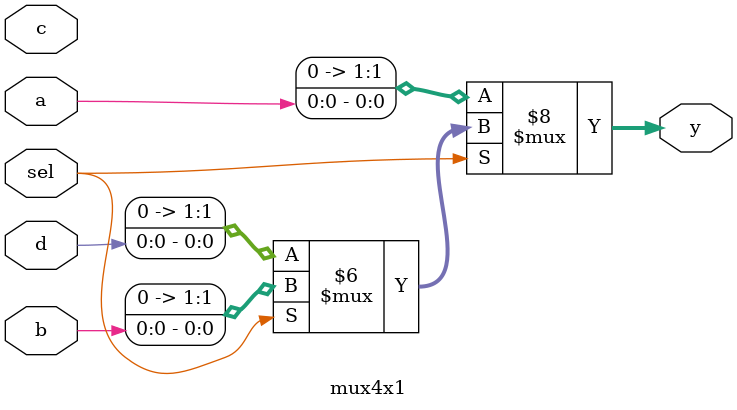
<source format=v>
module mux4x1(a,b,c,d,sel,y);
input a,b,c,d,sel;
output [1:0]y;
assign y=(sel==2'b00)? a:(sel==2'b01)? b:(sel==2'b10)? c:d;

endmodule
</source>
